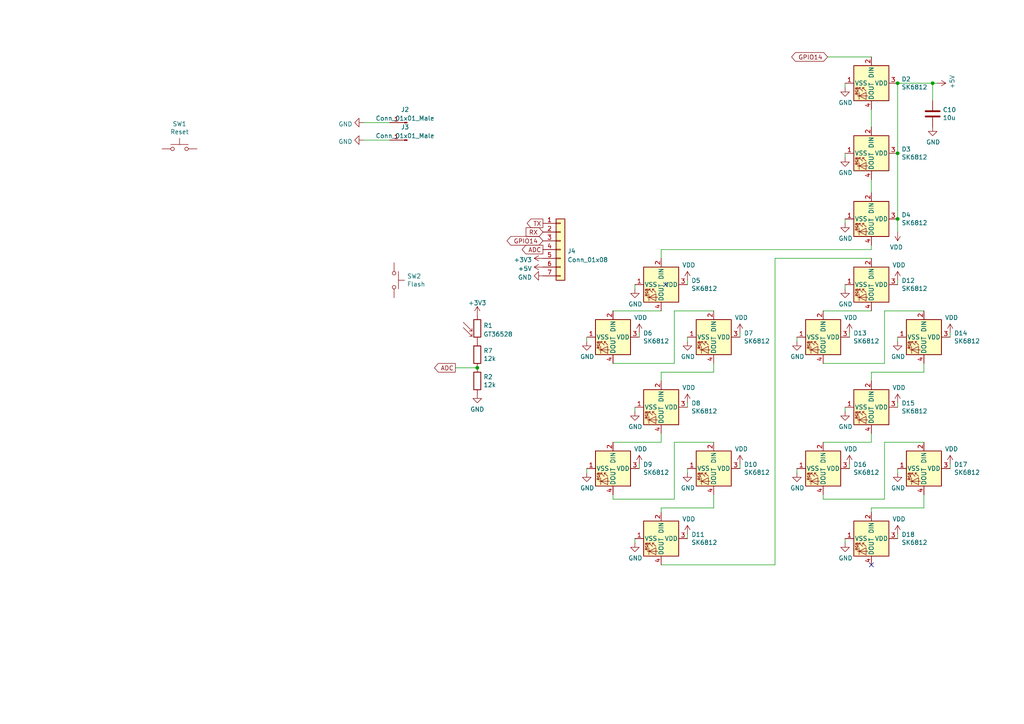
<source format=kicad_sch>
(kicad_sch (version 20211123) (generator eeschema)
  (paper "A4")
  (title_block (title "ESPriktning"))
  (lib_symbols
    (symbol "Connector:Conn_01x01_Male" (pin_names (offset 1.016) hide)
      (property "Reference" "J" (at 0 2.54 0))
      (property "Value" "Conn_01x01_Male" (at 0 -2.54 0))
      (symbol "Conn_01x01_Male_1_1"
        (polyline (pts (xy 1.27 0) (xy 0.8636 0)) (stroke (width 0.1524)))
        (rectangle (start 0.8636 0.127) (end 0 -0.127) (stroke (width 0.1524)) (fill (type outline)))
        (pin passive line (at 5.08 0 180) (length 3.81) (name "Pin_1") (number "1"))
      )
    )
    (symbol "Connector_Generic:Conn_01x07" (pin_names (offset 1.016) hide)
      (property "Reference" "J" (at 0 10.16 0))
      (property "Value" "Conn_01x07" (at 0 -10.16 0))
      (symbol "Conn_01x07_1_1"
        (rectangle (start -1.27 -7.493) (end 0 -7.747) (stroke (width 0.1524)))
        (rectangle (start -1.27 -4.953) (end 0 -5.207) (stroke (width 0.1524)))
        (rectangle (start -1.27 -2.413) (end 0 -2.667) (stroke (width 0.1524)))
        (rectangle (start -1.27 0.127) (end 0 -0.127) (stroke (width 0.1524)))
        (rectangle (start -1.27 2.667) (end 0 2.413) (stroke (width 0.1524)))
        (rectangle (start -1.27 5.207) (end 0 4.953) (stroke (width 0.1524)))
        (rectangle (start -1.27 7.747) (end 0 7.493) (stroke (width 0.1524)))
        (rectangle (start -1.27 8.89) (end 1.27 -8.89) (stroke (width 0.254)) (fill (type background)))
        (pin passive line (at -5.08 7.62 0) (length 3.81) (name "Pin_1") (number "1"))
        (pin passive line (at -5.08 5.08 0) (length 3.81) (name "Pin_2") (number "2"))
        (pin passive line (at -5.08 2.54 0) (length 3.81) (name "Pin_3") (number "3"))
        (pin passive line (at -5.08 0 0) (length 3.81) (name "Pin_4") (number "4"))
        (pin passive line (at -5.08 -2.54 0) (length 3.81) (name "Pin_5") (number "5"))
        (pin passive line (at -5.08 -5.08 0) (length 3.81) (name "Pin_6") (number "6"))
        (pin passive line (at -5.08 -7.62 0) (length 3.81) (name "Pin_7") (number "7"))
      )
    )
    (symbol "Device:C" (pin_numbers hide) (pin_names (offset 0.254))
      (property "Reference" "C" (at 0.635 2.54 0))
      (property "Value" "C" (at 0.635 -2.54 0))
      (symbol "C_0_1"
        (polyline (pts (xy -2.032 -0.762) (xy 2.032 -0.762)) (stroke (width 0.508)))
        (polyline (pts (xy -2.032 0.762) (xy 2.032 0.762)) (stroke (width 0.508)))
      )
      (symbol "C_1_1"
        (pin passive line (at 0 3.81 270) (length 2.794) (name "~") (number "1"))
        (pin passive line (at 0 -3.81 90) (length 2.794) (name "~") (number "2"))
      )
    )
    (symbol "Device:R" (pin_numbers hide) (pin_names (offset 0))
      (property "Reference" "R" (at 2.032 0 90))
      (property "Value" "R" (at 0 0 90))
      (symbol "R_0_1"
        (rectangle (start -1.016 -2.54) (end 1.016 2.54) (stroke (width 0.254)))
      )
      (symbol "R_1_1"
        (pin passive line (at 0 3.81 270) (length 1.27) (name "~") (number "1"))
        (pin passive line (at 0 -3.81 90) (length 1.27) (name "~") (number "2"))
      )
    )
    (symbol "Device:R_Photo" (pin_numbers hide) (pin_names (offset 0))
      (property "Reference" "R" (at 1.27 1.27 0))
      (property "Value" "R_Photo" (at 1.27 0 0))
      (symbol "R_Photo_0_1"
        (rectangle (start -1.016 2.54) (end 1.016 -2.54) (stroke (width 0.254)))
        (polyline (pts (xy -1.524 -2.286) (xy -4.064 0.254)))
        (polyline (pts (xy -1.524 -2.286) (xy -2.286 -2.286)))
        (polyline (pts (xy -1.524 -2.286) (xy -1.524 -1.524)))
        (polyline (pts (xy -1.524 -0.762) (xy -4.064 1.778)))
        (polyline (pts (xy -1.524 -0.762) (xy -2.286 -0.762)))
        (polyline (pts (xy -1.524 -0.762) (xy -1.524 0)))
      )
      (symbol "R_Photo_1_1"
        (pin passive line (at 0 3.81 270) (length 1.27) (name "~") (number "1"))
        (pin passive line (at 0 -3.81 90) (length 1.27) (name "~") (number "2"))
      )
    )
    (symbol "LED:SK6812" (pin_names (offset 0.254))
      (property "Reference" "D" (at 5.08 5.715 0))
      (property "Value" "SK6812" (at 1.27 -5.715 0))
      (symbol "SK6812_0_0"
        (text "RGB" (at 2.286 -4.191 0) (effects (font (size 0.762 0.762))))
      )
      (symbol "SK6812_0_1"
        (polyline (pts (xy 1.27 -3.556) (xy 1.778 -3.556)))
        (polyline (pts (xy 1.27 -2.54) (xy 1.778 -2.54)))
        (polyline (pts (xy 4.699 -3.556) (xy 2.667 -3.556)))
        (polyline (pts (xy 2.286 -2.54) (xy 1.27 -3.556) (xy 1.27 -3.048)))
        (polyline (pts (xy 2.286 -1.524) (xy 1.27 -2.54) (xy 1.27 -2.032)))
        (polyline (pts (xy 3.683 -1.016) (xy 3.683 -3.556) (xy 3.683 -4.064)))
        (polyline (pts (xy 4.699 -1.524) (xy 2.667 -1.524) (xy 3.683 -3.556) (xy 4.699 -1.524)))
        (rectangle (start 5.08 5.08) (end -5.08 -5.08) (stroke (width 0.254)) (fill (type background)))
      )
      (symbol "SK6812_1_1"
        (pin power_in line (at 0 -7.62 90) (length 2.54) (name "VSS") (number "1"))
        (pin input line (at -7.62 0 0) (length 2.54) (name "DIN") (number "2"))
        (pin power_in line (at 0 7.62 270) (length 2.54) (name "VDD") (number "3"))
        (pin output line (at 7.62 0 180) (length 2.54) (name "DOUT") (number "4"))
      )
    )
    (symbol "Switch:SW_Push" (pin_numbers hide) (pin_names (offset 1.016) hide)
      (property "Reference" "SW" (at 1.27 2.54 0))
      (property "Value" "SW_Push" (at 0 -1.524 0))
      (symbol "SW_Push_0_1"
        (circle (center -2.032 0) (radius 0.508))
        (polyline (pts (xy 0 1.27) (xy 0 3.048)))
        (polyline (pts (xy 2.54 1.27) (xy -2.54 1.27)))
        (circle (center 2.032 0) (radius 0.508))
        (pin passive line (at -5.08 0 0) (length 2.54) (name "1") (number "1"))
        (pin passive line (at 5.08 0 180) (length 2.54) (name "2") (number "2"))
      )
    )
    (symbol "power:+3.3V" (power) (pin_names (offset 0))
      (property "Value" "+3.3V" (at 0 3.556 0))
      (symbol "+3.3V_0_1"
        (polyline (pts (xy -0.762 1.27) (xy 0 2.54)))
        (polyline (pts (xy 0 0) (xy 0 2.54)))
        (polyline (pts (xy 0 2.54) (xy 0.762 1.27)))
      )
      (symbol "+3.3V_1_1"
        (pin power_in line (at 0 0 90) (length 0) hide (name "+3V3") (number "1"))
      )
    )
    (symbol "power:+5V" (power) (pin_names (offset 0))
      (property "Value" "+5V" (at 0 3.556 0))
      (symbol "+5V_0_1"
        (polyline (pts (xy -0.762 1.27) (xy 0 2.54)))
        (polyline (pts (xy 0 0) (xy 0 2.54)))
        (polyline (pts (xy 0 2.54) (xy 0.762 1.27)))
      )
      (symbol "+5V_1_1"
        (pin power_in line (at 0 0 90) (length 0) hide (name "+5V") (number "1"))
      )
    )
    (symbol "power:GND" (power) (pin_names (offset 0))
      (property "Value" "GND" (at 0 -3.81 0))
      (symbol "GND_0_1"
        (polyline (pts (xy 0 0) (xy 0 -1.27) (xy 1.27 -1.27) (xy 0 -2.54) (xy -1.27 -1.27) (xy 0 -1.27)))
      )
      (symbol "GND_1_1"
        (pin power_in line (at 0 0 270) (length 0) hide (name "GND") (number "1"))
      )
    )
    (symbol "power:VDD" (power) (pin_names (offset 0))
      (property "Value" "VDD" (at 0 3.81 0))
      (symbol "VDD_0_1"
        (polyline (pts (xy -0.762 1.27) (xy 0 2.54)))
        (polyline (pts (xy 0 0) (xy 0 2.54)))
        (polyline (pts (xy 0 2.54) (xy 0.762 1.27)))
      )
      (symbol "VDD_1_1"
        (pin power_in line (at 0 0 90) (length 0) hide (name "VDD") (number "1"))
      )
    )
  )
  (junction (at 138.43 106.68))
  (junction (at 260.35 63.5))
  (junction (at 270.51 24.13))
  (junction (at 260.35 24.13))
  (junction (at 260.35 44.45))
  (no_connect (at 252.73 163.83))
  (no_connect (at 193.04 82.55))
  (wire (pts (xy 195.58 90.17) (xy 207.01 90.17)))
  (wire (pts (xy 214.63 97.79) (xy 214.63 96.52)))
  (wire (pts (xy 214.63 135.89) (xy 214.63 134.62)))
  (wire (pts (xy 252.73 147.32) (xy 252.73 148.59)))
  (wire (pts (xy 191.77 107.95) (xy 191.77 110.49)))
  (wire (pts (xy 191.77 125.73) (xy 191.77 128.27)))
  (wire (pts (xy 132.08 106.68) (xy 138.43 106.68)))
  (wire (pts (xy 191.77 72.39) (xy 252.73 72.39)))
  (wire (pts (xy 224.79 163.83) (xy 224.79 74.93)))
  (wire (pts (xy 170.18 97.79) (xy 170.18 99.06)))
  (wire (pts (xy 207.01 143.51) (xy 207.01 147.32)))
  (wire (pts (xy 231.14 97.79) (xy 231.14 99.06)))
  (wire (pts (xy 238.76 144.78) (xy 256.54 144.78)))
  (wire (pts (xy 185.42 97.79) (xy 185.42 96.52)))
  (wire (pts (xy 267.97 105.41) (xy 267.97 107.95)))
  (wire (pts (xy 105.41 35.56) (xy 113.03 35.56)))
  (wire (pts (xy 238.76 105.41) (xy 256.54 105.41)))
  (wire (pts (xy 195.58 144.78) (xy 195.58 128.27)))
  (wire (pts (xy 170.18 137.16) (xy 170.18 135.89)))
  (wire (pts (xy 245.11 83.82) (xy 245.11 82.55)))
  (wire (pts (xy 260.35 82.55) (xy 260.35 81.28)))
  (wire (pts (xy 199.39 97.79) (xy 199.39 99.06)))
  (wire (pts (xy 245.11 45.72) (xy 245.11 44.45)))
  (wire (pts (xy 195.58 144.78) (xy 177.8 144.78)))
  (wire (pts (xy 256.54 128.27) (xy 267.97 128.27)))
  (wire (pts (xy 195.58 105.41) (xy 195.58 90.17)))
  (wire (pts (xy 191.77 163.83) (xy 224.79 163.83)))
  (wire (pts (xy 246.38 97.79) (xy 246.38 96.52)))
  (wire (pts (xy 260.35 24.13) (xy 260.35 44.45)))
  (wire (pts (xy 252.73 71.12) (xy 252.73 72.39)))
  (wire (pts (xy 252.73 125.73) (xy 252.73 128.27)))
  (wire (pts (xy 256.54 144.78) (xy 256.54 128.27)))
  (wire (pts (xy 245.11 64.77) (xy 245.11 63.5)))
  (wire (pts (xy 177.8 143.51) (xy 177.8 144.78)))
  (wire (pts (xy 252.73 55.88) (xy 252.73 52.07)))
  (wire (pts (xy 191.77 90.17) (xy 177.8 90.17)))
  (wire (pts (xy 260.35 137.16) (xy 260.35 135.89)))
  (wire (pts (xy 224.79 74.93) (xy 252.73 74.93)))
  (wire (pts (xy 275.59 97.79) (xy 275.59 96.52)))
  (wire (pts (xy 240.03 16.51) (xy 252.73 16.51)))
  (wire (pts (xy 267.97 143.51) (xy 267.97 147.32)))
  (wire (pts (xy 184.15 157.48) (xy 184.15 156.21)))
  (wire (pts (xy 185.42 135.89) (xy 185.42 134.62)))
  (wire (pts (xy 252.73 128.27) (xy 238.76 128.27)))
  (wire (pts (xy 246.38 135.89) (xy 246.38 134.62)))
  (wire (pts (xy 184.15 83.82) (xy 184.15 82.55)))
  (wire (pts (xy 207.01 107.95) (xy 191.77 107.95)))
  (wire (pts (xy 252.73 90.17) (xy 238.76 90.17)))
  (wire (pts (xy 245.11 25.4) (xy 245.11 24.13)))
  (wire (pts (xy 184.15 119.38) (xy 184.15 118.11)))
  (wire (pts (xy 207.01 105.41) (xy 207.01 107.95)))
  (wire (pts (xy 260.35 156.21) (xy 260.35 154.94)))
  (wire (pts (xy 260.35 24.13) (xy 270.51 24.13)))
  (wire (pts (xy 275.59 135.89) (xy 275.59 134.62)))
  (wire (pts (xy 199.39 82.55) (xy 199.39 81.28)))
  (wire (pts (xy 256.54 90.17) (xy 267.97 90.17)))
  (wire (pts (xy 191.77 128.27) (xy 177.8 128.27)))
  (wire (pts (xy 195.58 128.27) (xy 207.01 128.27)))
  (wire (pts (xy 260.35 44.45) (xy 260.35 63.5)))
  (wire (pts (xy 260.35 118.11) (xy 260.35 116.84)))
  (wire (pts (xy 199.39 137.16) (xy 199.39 135.89)))
  (wire (pts (xy 252.73 107.95) (xy 252.73 110.49)))
  (wire (pts (xy 199.39 118.11) (xy 199.39 116.84)))
  (wire (pts (xy 199.39 156.21) (xy 199.39 154.94)))
  (wire (pts (xy 191.77 147.32) (xy 191.77 148.59)))
  (wire (pts (xy 270.51 24.13) (xy 271.78 24.13)))
  (wire (pts (xy 256.54 105.41) (xy 256.54 90.17)))
  (wire (pts (xy 105.41 40.64) (xy 113.03 40.64)))
  (wire (pts (xy 267.97 107.95) (xy 252.73 107.95)))
  (wire (pts (xy 267.97 147.32) (xy 252.73 147.32)))
  (wire (pts (xy 245.11 119.38) (xy 245.11 118.11)))
  (wire (pts (xy 191.77 72.39) (xy 191.77 74.93)))
  (wire (pts (xy 177.8 105.41) (xy 195.58 105.41)))
  (wire (pts (xy 207.01 147.32) (xy 191.77 147.32)))
  (wire (pts (xy 252.73 36.83) (xy 252.73 31.75)))
  (wire (pts (xy 231.14 137.16) (xy 231.14 135.89)))
  (wire (pts (xy 245.11 157.48) (xy 245.11 156.21)))
  (wire (pts (xy 238.76 143.51) (xy 238.76 144.78)))
  (wire (pts (xy 260.35 63.5) (xy 260.35 67.31)))
  (wire (pts (xy 260.35 97.79) (xy 260.35 99.06)))
  (wire (pts (xy 270.51 29.21) (xy 270.51 24.13)))
  (global_label "GPIO14" (shape bidirectional) (at 240.03 16.51 180) (property "Intersheet References" "${INTERSHEET_REFS}" (effects hide)))
  (global_label "ADC" (shape output) (at 157.48 72.39 180) (property "Intersheet References" "${INTERSHEET_REFS}" (effects hide)))
  (global_label "TX" (shape output) (at 157.48 64.77 180) (property "Intersheet References" "${INTERSHEET_REFS}" (effects hide)))
  (global_label "ADC" (shape output) (at 132.08 106.68 180) (property "Intersheet References" "${INTERSHEET_REFS}" (effects hide)))
  (global_label "RX" (shape input) (at 157.48 67.31 180) (property "Intersheet References" "${INTERSHEET_REFS}" (effects hide)))
  (global_label "GPIO14" (shape bidirectional) (at 157.48 69.85 180) (property "Intersheet References" "${INTERSHEET_REFS}" (effects hide)))
  (symbol (lib_id "Switch:SW_Push") (at 114.3 81.28 270) (unit 1)
    (property "Reference" "SW2" (at 118.0592 80.1116 90) (effects (justify left)))
    (property "Value" "Flash" (at 118.0592 82.423 90) (effects (justify left)))
    (property "Footprint" "Connector_PinHeader_1.00mm:PinHeader_1x02_P1.00mm_Vertical" (effects hide))
  )
  (symbol (lib_id "Switch:SW_Push") (at 52.07 43.18 0) (unit 1)
    (property "Reference" "SW1" (at 52.07 35.941 0))
    (property "Value" "Reset" (at 52.07 38.2524 0))
    (property "Footprint" "Connector_PinHeader_1.00mm:PinHeader_1x02_P1.00mm_Vertical" (effects hide))
  )
  (symbol (lib_id "power:+5V") (at 271.78 24.13 270) (mirror x) (unit 1)
    (property "Reference" "#PWR050" (effects hide))
    (property "Value" "+5V" (at 276.1742 23.749 0))
  )
  (symbol (lib_id "LED:SK6812") (at 252.73 63.5 270) (unit 1)
    (property "Reference" "D4" (at 261.4676 62.3316 90) (effects (justify left)))
    (property "Value" "SK6812" (at 261.4676 64.643 90) (effects (justify left)))
    (property "Footprint" "espriktning:SK6812D-EC3210R" (effects hide))
    (property "Datasheet" "https://cdn-shop.adafruit.com/product-files/1138/SK6812+LED+datasheet+.pdf" (effects hide))
    (property "LCSC" "C2890041" (effects hide))
  )
  (symbol (lib_id "power:GND") (at 245.11 25.4 0) (unit 1)
    (property "Reference" "#PWR033" (effects hide))
    (property "Value" "GND" (at 245.237 29.7942 0))
  )
  (symbol (lib_id "power:GND") (at 245.11 45.72 0) (unit 1)
    (property "Reference" "#PWR034" (effects hide))
    (property "Value" "GND" (at 245.237 50.1142 0))
  )
  (symbol (lib_id "power:GND") (at 245.11 64.77 0) (unit 1)
    (property "Reference" "#PWR035" (effects hide))
    (property "Value" "GND" (at 245.237 69.1642 0))
  )
  (symbol (lib_id "power:VDD") (at 260.35 67.31 180) (unit 1)
    (property "Reference" "#PWR041" (effects hide))
    (property "Value" "VDD" (at 259.969 71.7042 0))
  )
  (symbol (lib_id "power:VDD") (at 199.39 81.28 0) (unit 1)
    (property "Reference" "#PWR024" (effects hide))
    (property "Value" "VDD" (at 199.771 76.8858 0))
  )
  (symbol (lib_id "power:VDD") (at 185.42 96.52 0) (unit 1)
    (property "Reference" "#PWR023" (effects hide))
    (property "Value" "VDD" (at 185.801 92.1258 0))
  )
  (symbol (lib_id "power:GND") (at 184.15 83.82 0) (unit 1)
    (property "Reference" "#PWR019" (effects hide))
    (property "Value" "GND" (at 184.277 88.2142 0))
  )
  (symbol (lib_id "power:GND") (at 199.39 99.06 0) (unit 1)
    (property "Reference" "#PWR025" (effects hide))
    (property "Value" "GND" (at 199.517 103.4542 0))
  )
  (symbol (lib_id "power:GND") (at 170.18 99.06 0) (unit 1)
    (property "Reference" "#PWR018" (effects hide))
    (property "Value" "GND" (at 170.307 103.4542 0))
  )
  (symbol (lib_id "LED:SK6812") (at 252.73 44.45 270) (unit 1)
    (property "Reference" "D3" (at 261.4676 43.2816 90) (effects (justify left)))
    (property "Value" "SK6812" (at 261.4676 45.593 90) (effects (justify left)))
    (property "Footprint" "espriktning:SK6812D-EC3210R" (effects hide))
    (property "Datasheet" "https://cdn-shop.adafruit.com/product-files/1138/SK6812+LED+datasheet+.pdf" (effects hide))
    (property "LCSC" "C2890041" (effects hide))
  )
  (symbol (lib_id "power:GND") (at 184.15 119.38 0) (unit 1)
    (property "Reference" "#PWR020" (effects hide))
    (property "Value" "GND" (at 184.277 123.7742 0))
  )
  (symbol (lib_id "power:VDD") (at 214.63 96.52 0) (unit 1)
    (property "Reference" "#PWR029" (effects hide))
    (property "Value" "VDD" (at 215.011 92.1258 0))
  )
  (symbol (lib_id "power:GND") (at 170.18 137.16 0) (unit 1)
    (property "Reference" "#PWR017" (effects hide))
    (property "Value" "GND" (at 170.307 141.5542 0))
  )
  (symbol (lib_id "power:VDD") (at 199.39 116.84 0) (unit 1)
    (property "Reference" "#PWR026" (effects hide))
    (property "Value" "VDD" (at 199.771 112.4458 0))
  )
  (symbol (lib_id "power:GND") (at 199.39 137.16 0) (unit 1)
    (property "Reference" "#PWR027" (effects hide))
    (property "Value" "GND" (at 199.517 141.5542 0))
  )
  (symbol (lib_id "power:GND") (at 184.15 157.48 0) (unit 1)
    (property "Reference" "#PWR022" (effects hide))
    (property "Value" "GND" (at 184.277 161.8742 0))
  )
  (symbol (lib_id "power:VDD") (at 185.42 134.62 0) (unit 1)
    (property "Reference" "#PWR021" (effects hide))
    (property "Value" "VDD" (at 185.801 130.2258 0))
  )
  (symbol (lib_id "power:VDD") (at 214.63 134.62 0) (unit 1)
    (property "Reference" "#PWR030" (effects hide))
    (property "Value" "VDD" (at 215.011 130.2258 0))
  )
  (symbol (lib_id "power:VDD") (at 199.39 154.94 0) (unit 1)
    (property "Reference" "#PWR028" (effects hide))
    (property "Value" "VDD" (at 199.771 150.5458 0))
  )
  (symbol (lib_id "power:GND") (at 245.11 83.82 0) (unit 1)
    (property "Reference" "#PWR036" (effects hide))
    (property "Value" "GND" (at 245.237 88.2142 0))
  )
  (symbol (lib_id "power:GND") (at 260.35 99.06 0) (unit 1)
    (property "Reference" "#PWR043" (effects hide))
    (property "Value" "GND" (at 260.477 103.4542 0))
  )
  (symbol (lib_id "power:GND") (at 231.14 99.06 0) (unit 1)
    (property "Reference" "#PWR032" (effects hide))
    (property "Value" "GND" (at 231.267 103.4542 0))
  )
  (symbol (lib_id "power:GND") (at 245.11 119.38 0) (unit 1)
    (property "Reference" "#PWR037" (effects hide))
    (property "Value" "GND" (at 245.237 123.7742 0))
  )
  (symbol (lib_id "power:GND") (at 231.14 137.16 0) (unit 1)
    (property "Reference" "#PWR031" (effects hide))
    (property "Value" "GND" (at 231.267 141.5542 0))
  )
  (symbol (lib_id "power:GND") (at 260.35 137.16 0) (unit 1)
    (property "Reference" "#PWR045" (effects hide))
    (property "Value" "GND" (at 260.477 141.5542 0))
  )
  (symbol (lib_id "power:GND") (at 245.11 157.48 0) (unit 1)
    (property "Reference" "#PWR039" (effects hide))
    (property "Value" "GND" (at 245.237 161.8742 0))
  )
  (symbol (lib_id "LED:SK6812") (at 267.97 97.79 270) (unit 1)
    (property "Reference" "D14" (at 276.7076 96.6216 90) (effects (justify left)))
    (property "Value" "SK6812" (at 276.7076 98.933 90) (effects (justify left)))
    (property "Footprint" "espriktning:SK6812D-EC3210R" (effects hide))
    (property "Datasheet" "https://cdn-shop.adafruit.com/product-files/1138/SK6812+LED+datasheet+.pdf" (effects hide))
    (property "LCSC" "C2890041" (effects hide))
  )
  (symbol (lib_id "LED:SK6812") (at 207.01 135.89 270) (unit 1)
    (property "Reference" "D10" (at 215.7476 134.7216 90) (effects (justify left)))
    (property "Value" "SK6812" (at 215.7476 137.033 90) (effects (justify left)))
    (property "Footprint" "espriktning:SK6812D-EC3210R" (effects hide))
    (property "Datasheet" "https://cdn-shop.adafruit.com/product-files/1138/SK6812+LED+datasheet+.pdf" (effects hide))
    (property "LCSC" "C2890041" (effects hide))
  )
  (symbol (lib_id "LED:SK6812") (at 267.97 135.89 270) (unit 1)
    (property "Reference" "D17" (at 276.7076 134.7216 90) (effects (justify left)))
    (property "Value" "SK6812" (at 276.7076 137.033 90) (effects (justify left)))
    (property "Footprint" "espriktning:SK6812D-EC3210R" (effects hide))
    (property "Datasheet" "https://cdn-shop.adafruit.com/product-files/1138/SK6812+LED+datasheet+.pdf" (effects hide))
    (property "LCSC" "C2890041" (effects hide))
  )
  (symbol (lib_id "LED:SK6812") (at 252.73 118.11 270) (unit 1)
    (property "Reference" "D15" (at 261.4676 116.9416 90) (effects (justify left)))
    (property "Value" "SK6812" (at 261.4676 119.253 90) (effects (justify left)))
    (property "Footprint" "espriktning:SK6812D-EC3210R" (effects hide))
    (property "Datasheet" "https://cdn-shop.adafruit.com/product-files/1138/SK6812+LED+datasheet+.pdf" (effects hide))
    (property "LCSC" "C2890041" (effects hide))
  )
  (symbol (lib_id "LED:SK6812") (at 252.73 156.21 270) (unit 1)
    (property "Reference" "D18" (at 261.4676 155.0416 90) (effects (justify left)))
    (property "Value" "SK6812" (at 261.4676 157.353 90) (effects (justify left)))
    (property "Footprint" "espriktning:SK6812D-EC3210R" (effects hide))
    (property "Datasheet" "https://cdn-shop.adafruit.com/product-files/1138/SK6812+LED+datasheet+.pdf" (effects hide))
    (property "LCSC" "C2890041" (effects hide))
  )
  (symbol (lib_id "LED:SK6812") (at 177.8 135.89 270) (unit 1)
    (property "Reference" "D9" (at 186.5376 134.7216 90) (effects (justify left)))
    (property "Value" "SK6812" (at 186.5376 137.033 90) (effects (justify left)))
    (property "Footprint" "espriktning:SK6812D-EC3210R" (effects hide))
    (property "Datasheet" "https://cdn-shop.adafruit.com/product-files/1138/SK6812+LED+datasheet+.pdf" (effects hide))
    (property "LCSC" "C2890041" (effects hide))
  )
  (symbol (lib_id "LED:SK6812") (at 238.76 135.89 270) (unit 1)
    (property "Reference" "D16" (at 247.4976 134.7216 90) (effects (justify left)))
    (property "Value" "SK6812" (at 247.4976 137.033 90) (effects (justify left)))
    (property "Footprint" "espriktning:SK6812D-EC3210R" (effects hide))
    (property "Datasheet" "https://cdn-shop.adafruit.com/product-files/1138/SK6812+LED+datasheet+.pdf" (effects hide))
    (property "LCSC" "C2890041" (effects hide))
  )
  (symbol (lib_id "power:VDD") (at 246.38 96.52 0) (unit 1)
    (property "Reference" "#PWR040" (effects hide))
    (property "Value" "VDD" (at 246.761 92.1258 0))
  )
  (symbol (lib_id "power:VDD") (at 275.59 96.52 0) (unit 1)
    (property "Reference" "#PWR048" (effects hide))
    (property "Value" "VDD" (at 275.971 92.1258 0))
  )
  (symbol (lib_id "power:VDD") (at 260.35 116.84 0) (unit 1)
    (property "Reference" "#PWR044" (effects hide))
    (property "Value" "VDD" (at 260.731 112.4458 0))
  )
  (symbol (lib_id "power:VDD") (at 246.38 134.62 0) (unit 1)
    (property "Reference" "#PWR038" (effects hide))
    (property "Value" "VDD" (at 246.761 130.2258 0))
  )
  (symbol (lib_id "power:VDD") (at 275.59 134.62 0) (unit 1)
    (property "Reference" "#PWR049" (effects hide))
    (property "Value" "VDD" (at 275.971 130.2258 0))
  )
  (symbol (lib_id "power:VDD") (at 260.35 154.94 0) (unit 1)
    (property "Reference" "#PWR046" (effects hide))
    (property "Value" "VDD" (at 260.731 150.5458 0))
  )
  (symbol (lib_id "LED:SK6812") (at 207.01 97.79 270) (unit 1)
    (property "Reference" "D7" (at 215.7476 96.6216 90) (effects (justify left)))
    (property "Value" "SK6812" (at 215.7476 98.933 90) (effects (justify left)))
    (property "Footprint" "espriktning:SK6812D-EC3210R" (effects hide))
    (property "Datasheet" "https://cdn-shop.adafruit.com/product-files/1138/SK6812+LED+datasheet+.pdf" (effects hide))
    (property "LCSC" "C2890041" (effects hide))
  )
  (symbol (lib_id "power:VDD") (at 260.35 81.28 0) (unit 1)
    (property "Reference" "#PWR042" (effects hide))
    (property "Value" "VDD" (at 260.731 76.8858 0))
  )
  (symbol (lib_id "LED:SK6812") (at 238.76 97.79 270) (unit 1)
    (property "Reference" "D13" (at 247.4976 96.6216 90) (effects (justify left)))
    (property "Value" "SK6812" (at 247.4976 98.933 90) (effects (justify left)))
    (property "Footprint" "espriktning:SK6812D-EC3210R" (effects hide))
    (property "Datasheet" "https://cdn-shop.adafruit.com/product-files/1138/SK6812+LED+datasheet+.pdf" (effects hide))
    (property "LCSC" "C2890041" (effects hide))
  )
  (symbol (lib_id "LED:SK6812") (at 252.73 82.55 270) (unit 1)
    (property "Reference" "D12" (at 261.4676 81.3816 90) (effects (justify left)))
    (property "Value" "SK6812" (at 261.4676 83.693 90) (effects (justify left)))
    (property "Footprint" "espriktning:SK6812D-EC3210R" (effects hide))
    (property "Datasheet" "https://cdn-shop.adafruit.com/product-files/1138/SK6812+LED+datasheet+.pdf" (effects hide))
    (property "LCSC" "C2890041" (effects hide))
  )
  (symbol (lib_id "LED:SK6812") (at 191.77 82.55 270) (unit 1)
    (property "Reference" "D5" (at 200.5076 81.3816 90) (effects (justify left)))
    (property "Value" "SK6812" (at 200.5076 83.693 90) (effects (justify left)))
    (property "Footprint" "espriktning:SK6812D-EC3210R" (effects hide))
    (property "Datasheet" "https://cdn-shop.adafruit.com/product-files/1138/SK6812+LED+datasheet+.pdf" (effects hide))
    (property "LCSC" "C2890041" (effects hide))
  )
  (symbol (lib_id "LED:SK6812") (at 191.77 156.21 270) (unit 1)
    (property "Reference" "D11" (at 200.5076 155.0416 90) (effects (justify left)))
    (property "Value" "SK6812" (at 200.5076 157.353 90) (effects (justify left)))
    (property "Footprint" "espriktning:SK6812D-EC3210R" (effects hide))
    (property "Datasheet" "https://cdn-shop.adafruit.com/product-files/1138/SK6812+LED+datasheet+.pdf" (effects hide))
    (property "LCSC" "C2890041" (effects hide))
  )
  (symbol (lib_id "LED:SK6812") (at 191.77 118.11 270) (unit 1)
    (property "Reference" "D8" (at 200.5076 116.9416 90) (effects (justify left)))
    (property "Value" "SK6812" (at 200.5076 119.253 90) (effects (justify left)))
    (property "Footprint" "espriktning:SK6812D-EC3210R" (effects hide))
    (property "Datasheet" "https://cdn-shop.adafruit.com/product-files/1138/SK6812+LED+datasheet+.pdf" (effects hide))
    (property "LCSC" "C2890041" (effects hide))
  )
  (symbol (lib_id "LED:SK6812") (at 252.73 24.13 270) (unit 1)
    (property "Reference" "D2" (at 261.4676 22.9616 90) (effects (justify left)))
    (property "Value" "SK6812" (at 261.4676 25.273 90) (effects (justify left)))
    (property "Footprint" "espriktning:SK6812D-EC3210R" (effects hide))
    (property "Datasheet" "https://cdn-shop.adafruit.com/product-files/1138/SK6812+LED+datasheet+.pdf" (effects hide))
    (property "LCSC" "C2890041" (effects hide))
  )
  (symbol (lib_id "LED:SK6812") (at 177.8 97.79 270) (unit 1)
    (property "Reference" "D6" (at 186.5376 96.6216 90) (effects (justify left)))
    (property "Value" "SK6812" (at 186.5376 98.933 90) (effects (justify left)))
    (property "Footprint" "espriktning:SK6812D-EC3210R" (effects hide))
    (property "Datasheet" "https://cdn-shop.adafruit.com/product-files/1138/SK6812+LED+datasheet+.pdf" (effects hide))
    (property "LCSC" "C2890041" (effects hide))
  )
  (symbol (lib_id "power:+5V") (at 157.48 77.47 90) (unit 1)
    (property "Reference" "#PWR0115" (effects hide))
    (property "Value" "+5V" (at 154.3051 77.9038 90) (effects (justify left)))
  )
  (symbol (lib_id "power:+3.3V") (at 138.43 91.44 0) (unit 1)
    (property "Reference" "#PWR03" (effects hide))
    (property "Value" "+3.3V" (at 138.43 87.8642 0))
  )
  (symbol (lib_id "Device:C") (at 270.51 33.02 0) (unit 1)
    (property "Reference" "C10" (at 273.431 31.8516 0) (effects (justify left)))
    (property "Value" "10u" (at 273.431 34.163 0) (effects (justify left)))
    (property "Footprint" "Capacitor_SMD:C_1206_3216Metric" (effects hide))
    (property "LCSC" "C9807" (effects hide))
  )
  (symbol (lib_id "power:GND") (at 270.51 36.83 0) (unit 1)
    (property "Reference" "#PWR01" (effects hide))
    (property "Value" "GND" (at 270.637 41.2242 0))
  )
  (symbol (lib_id "power:GND") (at 105.41 40.64 270) (unit 1)
    (property "Reference" "#PWR0102" (effects hide))
    (property "Value" "GND" (at 102.2351 41.0738 90) (effects (justify right)))
  )
  (symbol (lib_id "Device:R") (at 138.43 102.87 0) (unit 1)
    (property "Reference" "R7" (at 140.208 101.7016 0) (effects (justify left)))
    (property "Value" "12k" (at 140.208 104.013 0) (effects (justify left)))
    (property "Footprint" "Resistor_SMD:R_0603_1608Metric" (effects hide))
    (property "LCSC" "C98220" (effects hide))
  )
  (symbol (lib_id "power:GND") (at 138.43 114.3 0) (unit 1)
    (property "Reference" "#PWR0112" (effects hide))
    (property "Value" "GND" (at 138.43 118.7434 0))
  )
  (symbol (lib_id "Connector:Conn_01x01_Male") (at 118.11 35.56 180) (unit 1)
    (property "Reference" "J2" (at 117.475 31.784 0))
    (property "Value" "Conn_01x01_Male" (at 117.475 34.3209 0))
    (property "Footprint" "Connector_Pin:Pin_D0.7mm_L6.5mm_W1.8mm_FlatFork" (effects hide))
  )
  (symbol (lib_id "Device:R_Photo") (at 138.43 95.25 0) (unit 1)
    (property "Reference" "R1" (at 140.208 94.4153 0) (effects (justify left)))
    (property "Value" "GT36528" (at 140.208 96.9522 0) (effects (justify left)))
    (property "Footprint" "Resistor_SMD:R_1210_3225Metric" (effects hide))
    (property "LCSC" "C2904881" (effects hide))
  )
  (symbol (lib_id "power:GND") (at 105.41 35.56 270) (unit 1)
    (property "Reference" "#PWR0103" (effects hide))
    (property "Value" "GND" (at 102.2351 35.9938 90) (effects (justify right)))
  )
  (symbol (lib_id "power:+3.3V") (at 157.48 74.93 90) (unit 1)
    (property "Reference" "#PWR0113" (effects hide))
    (property "Value" "+3.3V" (at 154.305 75.3638 90) (effects (justify left)))
  )
  (symbol (lib_id "power:GND") (at 157.48 80.01 270) (unit 1)
    (property "Reference" "#PWR0114" (effects hide))
    (property "Value" "GND" (at 154.3051 80.4438 90) (effects (justify right)))
  )
  (symbol (lib_id "Device:R") (at 138.43 110.49 0) (unit 1)
    (property "Reference" "R2" (at 140.208 109.3216 0) (effects (justify left)))
    (property "Value" "12k" (at 140.208 111.633 0) (effects (justify left)))
    (property "Footprint" "Resistor_SMD:R_0603_1608Metric" (effects hide))
    (property "LCSC" "C98220" (effects hide))
  )
  (symbol (lib_id "Connector_Generic:Conn_01x07") (at 162.56 72.39 0) (unit 1)
    (property "Reference" "J4" (at 164.592 72.8253 0) (effects (justify left)))
    (property "Value" "Conn_01x08" (at 164.592 75.3622 0) (effects (justify left)))
    (property "Footprint" "Connector_PinSocket_1.27mm:PinSocket_1x07_P1.27mm_Vertical" (effects hide))
  )
  (symbol (lib_id "Connector:Conn_01x01_Male") (at 118.11 40.64 180) (unit 1)
    (property "Reference" "J3" (at 117.475 36.864 0))
    (property "Value" "Conn_01x01_Male" (at 117.475 39.4009 0))
    (property "Footprint" "Connector_Pin:Pin_D0.7mm_L6.5mm_W1.8mm_FlatFork" (effects hide))
  )
)
</source>
